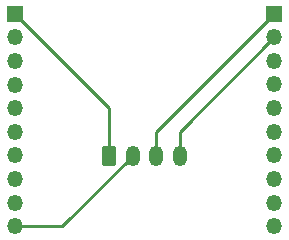
<source format=gtl>
G04 #@! TF.GenerationSoftware,KiCad,Pcbnew,7.0.7*
G04 #@! TF.CreationDate,2023-10-04T17:02:25-06:00*
G04 #@! TF.ProjectId,FPV_4-Pin_Module,4650565f-342d-4506-996e-5f4d6f64756c,rev?*
G04 #@! TF.SameCoordinates,Original*
G04 #@! TF.FileFunction,Copper,L1,Top*
G04 #@! TF.FilePolarity,Positive*
%FSLAX46Y46*%
G04 Gerber Fmt 4.6, Leading zero omitted, Abs format (unit mm)*
G04 Created by KiCad (PCBNEW 7.0.7) date 2023-10-04 17:02:25*
%MOMM*%
%LPD*%
G01*
G04 APERTURE LIST*
G04 Aperture macros list*
%AMRoundRect*
0 Rectangle with rounded corners*
0 $1 Rounding radius*
0 $2 $3 $4 $5 $6 $7 $8 $9 X,Y pos of 4 corners*
0 Add a 4 corners polygon primitive as box body*
4,1,4,$2,$3,$4,$5,$6,$7,$8,$9,$2,$3,0*
0 Add four circle primitives for the rounded corners*
1,1,$1+$1,$2,$3*
1,1,$1+$1,$4,$5*
1,1,$1+$1,$6,$7*
1,1,$1+$1,$8,$9*
0 Add four rect primitives between the rounded corners*
20,1,$1+$1,$2,$3,$4,$5,0*
20,1,$1+$1,$4,$5,$6,$7,0*
20,1,$1+$1,$6,$7,$8,$9,0*
20,1,$1+$1,$8,$9,$2,$3,0*%
G04 Aperture macros list end*
G04 #@! TA.AperFunction,ComponentPad*
%ADD10R,1.350000X1.350000*%
G04 #@! TD*
G04 #@! TA.AperFunction,ComponentPad*
%ADD11O,1.350000X1.350000*%
G04 #@! TD*
G04 #@! TA.AperFunction,ComponentPad*
%ADD12RoundRect,0.250000X-0.350000X-0.625000X0.350000X-0.625000X0.350000X0.625000X-0.350000X0.625000X0*%
G04 #@! TD*
G04 #@! TA.AperFunction,ComponentPad*
%ADD13O,1.200000X1.750000*%
G04 #@! TD*
G04 #@! TA.AperFunction,Conductor*
%ADD14C,0.250000*%
G04 #@! TD*
G04 APERTURE END LIST*
D10*
X138330000Y-71280000D03*
D11*
X138330000Y-73280000D03*
X138330000Y-75280000D03*
X138330000Y-77280000D03*
X138330000Y-79280000D03*
X138330000Y-81280000D03*
X138330000Y-83280000D03*
X138330000Y-85280000D03*
X138330000Y-87280000D03*
X138330000Y-89280000D03*
D10*
X160300000Y-71270000D03*
D11*
X160300000Y-73270000D03*
X160300000Y-75270000D03*
X160300000Y-77270000D03*
X160300000Y-79270000D03*
X160300000Y-81270000D03*
X160300000Y-83270000D03*
X160300000Y-85270000D03*
X160300000Y-87270000D03*
X160300000Y-89270000D03*
D12*
X146300000Y-83310000D03*
D13*
X148300000Y-83310000D03*
X150300000Y-83310000D03*
X152300000Y-83310000D03*
D14*
X146300000Y-83310000D02*
X146300000Y-79250000D01*
X146300000Y-79250000D02*
X138330000Y-71280000D01*
X148300000Y-83310000D02*
X142330000Y-89280000D01*
X142330000Y-89280000D02*
X138330000Y-89280000D01*
X150300000Y-83310000D02*
X150300000Y-81270000D01*
X150300000Y-81270000D02*
X160300000Y-71270000D01*
X152300000Y-81270000D02*
X160300000Y-73270000D01*
X152300000Y-83310000D02*
X152300000Y-81270000D01*
M02*

</source>
